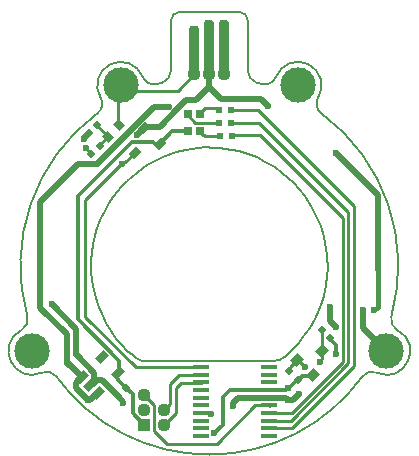
<source format=gbl>
G04*
G04 #@! TF.GenerationSoftware,Altium Limited,Altium Designer,21.8.1 (53)*
G04*
G04 Layer_Physical_Order=2*
G04 Layer_Color=16711680*
%FSAX25Y25*%
%MOIN*%
G70*
G04*
G04 #@! TF.SameCoordinates,0877F43B-692F-42B8-B247-028E53A2D651*
G04*
G04*
G04 #@! TF.FilePolarity,Positive*
G04*
G01*
G75*
%ADD10C,0.01968*%
%ADD11C,0.00787*%
%ADD18R,0.02165X0.01968*%
G04:AMPARAMS|DCode=19|XSize=19.68mil|YSize=21.65mil|CornerRadius=0mil|HoleSize=0mil|Usage=FLASHONLY|Rotation=45.000|XOffset=0mil|YOffset=0mil|HoleType=Round|Shape=Rectangle|*
%AMROTATEDRECTD19*
4,1,4,0.00070,-0.01462,-0.01462,0.00070,-0.00070,0.01462,0.01462,-0.00070,0.00070,-0.01462,0.0*
%
%ADD19ROTATEDRECTD19*%

%ADD39C,0.01575*%
%ADD40C,0.00984*%
%ADD42C,0.01181*%
%ADD43R,0.04370X0.04370*%
%ADD44C,0.04370*%
%ADD45C,0.11811*%
%ADD46C,0.02362*%
%ADD47R,0.05315X0.01575*%
G04:AMPARAMS|DCode=48|XSize=35.43mil|YSize=169.29mil|CornerRadius=13.82mil|HoleSize=0mil|Usage=FLASHONLY|Rotation=180.000|XOffset=0mil|YOffset=0mil|HoleType=Round|Shape=RoundedRectangle|*
%AMROUNDEDRECTD48*
21,1,0.03543,0.14165,0,0,180.0*
21,1,0.00780,0.16929,0,0,180.0*
1,1,0.02764,-0.00390,0.07083*
1,1,0.02764,0.00390,0.07083*
1,1,0.02764,0.00390,-0.07083*
1,1,0.02764,-0.00390,-0.07083*
%
%ADD48ROUNDEDRECTD48*%
G04:AMPARAMS|DCode=49|XSize=35.43mil|YSize=188.98mil|CornerRadius=13.82mil|HoleSize=0mil|Usage=FLASHONLY|Rotation=180.000|XOffset=0mil|YOffset=0mil|HoleType=Round|Shape=RoundedRectangle|*
%AMROUNDEDRECTD49*
21,1,0.03543,0.16134,0,0,180.0*
21,1,0.00780,0.18898,0,0,180.0*
1,1,0.02764,-0.00390,0.08067*
1,1,0.02764,0.00390,0.08067*
1,1,0.02764,0.00390,-0.08067*
1,1,0.02764,-0.00390,-0.08067*
%
%ADD49ROUNDEDRECTD49*%
%ADD50R,0.02559X0.03150*%
G04:AMPARAMS|DCode=51|XSize=31.5mil|YSize=35.43mil|CornerRadius=0mil|HoleSize=0mil|Usage=FLASHONLY|Rotation=315.000|XOffset=0mil|YOffset=0mil|HoleType=Round|Shape=Rectangle|*
%AMROTATEDRECTD51*
4,1,4,-0.02366,-0.00139,0.00139,0.02366,0.02366,0.00139,-0.00139,-0.02366,-0.02366,-0.00139,0.0*
%
%ADD51ROTATEDRECTD51*%

G04:AMPARAMS|DCode=52|XSize=23.62mil|YSize=35.43mil|CornerRadius=0mil|HoleSize=0mil|Usage=FLASHONLY|Rotation=135.000|XOffset=0mil|YOffset=0mil|HoleType=Round|Shape=Rectangle|*
%AMROTATEDRECTD52*
4,1,4,0.02088,0.00418,-0.00418,-0.02088,-0.02088,-0.00418,0.00418,0.02088,0.02088,0.00418,0.0*
%
%ADD52ROTATEDRECTD52*%

G04:AMPARAMS|DCode=53|XSize=27.56mil|YSize=39.37mil|CornerRadius=0mil|HoleSize=0mil|Usage=FLASHONLY|Rotation=315.000|XOffset=0mil|YOffset=0mil|HoleType=Round|Shape=Rectangle|*
%AMROTATEDRECTD53*
4,1,4,-0.02366,-0.00418,0.00418,0.02366,0.02366,0.00418,-0.00418,-0.02366,-0.02366,-0.00418,0.0*
%
%ADD53ROTATEDRECTD53*%

G04:AMPARAMS|DCode=54|XSize=21.65mil|YSize=19.68mil|CornerRadius=0mil|HoleSize=0mil|Usage=FLASHONLY|Rotation=45.000|XOffset=0mil|YOffset=0mil|HoleType=Round|Shape=Rectangle|*
%AMROTATEDRECTD54*
4,1,4,-0.00070,-0.01462,-0.01462,-0.00070,0.00070,0.01462,0.01462,0.00070,-0.00070,-0.01462,0.0*
%
%ADD54ROTATEDRECTD54*%

G04:AMPARAMS|DCode=55|XSize=21.65mil|YSize=19.68mil|CornerRadius=0mil|HoleSize=0mil|Usage=FLASHONLY|Rotation=315.000|XOffset=0mil|YOffset=0mil|HoleType=Round|Shape=Rectangle|*
%AMROTATEDRECTD55*
4,1,4,-0.01462,0.00070,-0.00070,0.01462,0.01462,-0.00070,0.00070,-0.01462,-0.01462,0.00070,0.0*
%
%ADD55ROTATEDRECTD55*%

%ADD56R,0.01968X0.02165*%
G04:AMPARAMS|DCode=57|XSize=23.62mil|YSize=31.5mil|CornerRadius=0mil|HoleSize=0mil|Usage=FLASHONLY|Rotation=225.000|XOffset=0mil|YOffset=0mil|HoleType=Round|Shape=Rectangle|*
%AMROTATEDRECTD57*
4,1,4,-0.00278,0.01949,0.01949,-0.00278,0.00278,-0.01949,-0.01949,0.00278,-0.00278,0.01949,0.0*
%
%ADD57ROTATEDRECTD57*%

%ADD58C,0.01378*%
%ADD59C,0.00591*%
D10*
X-0041764Y0041459D02*
X-0040042Y0043181D01*
X-0040073Y0043213D02*
X-0040042Y0043181D01*
Y0043181D02*
Y0043181D01*
X-0041764Y0041396D02*
Y0041459D01*
X-0052536Y-0013744D02*
X-0044347Y-0021933D01*
Y-0030724D02*
Y-0021933D01*
Y-0030724D02*
X-0044277Y-0030793D01*
X-0047605Y-0033034D02*
Y-0023881D01*
X-0056378Y-0015108D02*
X-0047605Y-0023881D01*
Y-0033034D02*
X-0042450Y-0038188D01*
X-0028843Y-0046563D02*
Y-0046268D01*
X-0030569Y-0044543D02*
X-0028843Y-0046268D01*
X-0035805Y-0039130D02*
X-0030569Y-0044366D01*
X-0028843Y-0046563D02*
X-0028768Y-0046639D01*
X-0056378Y-0015108D02*
Y-0005718D01*
X0025709Y-0044980D02*
X0026496Y-0045768D01*
X0026181D02*
X0027803D01*
X0029740Y-0043830D01*
X0029847D01*
X0019882Y-0044980D02*
X0025709D01*
X0009558Y-0045057D02*
X0019882D01*
X-0043655Y0032988D02*
X-0037400D01*
X-0056378Y0020265D02*
X-0043655Y0032988D01*
X-0056378Y-0005718D02*
Y0020265D01*
X-0017646Y0045295D02*
X-0016593D01*
X-0021404D02*
X-0017646D01*
X-0016593D02*
X-0010324Y0051563D01*
Y0051606D01*
X-0037400Y0033057D02*
X-0018404Y0052052D01*
X-0013593D01*
X-0037400Y0032988D02*
Y0033057D01*
X-0007735Y0054195D02*
X-0004420D01*
X-0021821Y0044877D02*
X-0021404Y0045295D01*
X-0010324Y0051606D02*
X-0007735Y0054195D01*
X0003866Y0054750D02*
X0017062D01*
X0019485Y0052327D01*
X0000000Y0058615D02*
X0003866Y0054750D01*
X-0004420Y0054195D02*
X0000000Y0058615D01*
Y0062894D01*
X-0024074Y0042612D02*
Y0042618D01*
X-0021821Y0044871D01*
Y0044877D01*
X0008017Y-0046598D02*
X0009558Y-0045057D01*
X0008017Y-0047691D02*
Y-0046598D01*
X0007942Y-0047766D02*
X0008017Y-0047691D01*
X0051181Y-0021567D02*
X0059047Y-0029433D01*
X0051181Y-0021567D02*
Y-0015866D01*
X0042230Y-0021457D02*
Y-0021350D01*
X0040256Y-0019376D02*
X0042230Y-0021350D01*
X0040256Y-0019376D02*
Y-0014713D01*
X0056176Y-0001705D02*
Y0022464D01*
X0042173Y0036467D02*
X0056176Y0022464D01*
X-0044277Y-0030793D02*
X-0038497Y-0036573D01*
Y-0039078D02*
Y-0036573D01*
X-0039101Y-0040795D02*
X-0037436Y-0039130D01*
X-0039695Y-0040795D02*
Y-0040276D01*
Y-0040832D02*
Y-0040795D01*
X-0039101D01*
X-0039695Y-0040276D02*
X-0038497Y-0039078D01*
X-0037436Y-0039130D02*
X-0035805D01*
X-0042470Y-0038188D02*
X-0042450D01*
X-0044419Y-0040136D02*
X-0042470Y-0038188D01*
X-0044419Y-0041767D02*
Y-0040136D01*
Y-0041767D02*
X-0040413Y-0045772D01*
X-0040338Y-0045696D02*
X-0039826D01*
X-0037607Y-0043477D02*
X-0037050D01*
X-0039826Y-0045696D02*
X-0037607Y-0043477D01*
X-0040413Y-0045772D02*
X-0040338Y-0045696D01*
D11*
X-0002458Y-0050287D02*
X-0002437Y-0050307D01*
X0000696D01*
X0000716Y-0050327D01*
X0037134Y-0029893D02*
X0037273Y-0029754D01*
X-0024319Y-0031866D02*
G03*
X-0022417Y-0032653I0001897J0001892D01*
G01*
X0021768Y-0032650D02*
G03*
X0025181Y-0031236I-0000007J0004845D01*
G01*
X-0062660Y-0022428D02*
G03*
X-0060669Y-0017867I-0001801J0003501D01*
G01*
X-0062660Y-0022428D02*
G03*
X-0055813Y-0036604I0003601J-0007002D01*
G01*
X-0051003Y-0037880D02*
G03*
X-0055813Y-0036604I-0003187J-0002311D01*
G01*
X-0051003Y-0037880D02*
G03*
X0050995Y-0037880I0050999J0036974D01*
G01*
X0055805Y-0036604D02*
G03*
X0050995Y-0037880I-0001623J-0003587D01*
G01*
X0060661Y-0017867D02*
G03*
X0062652Y-0022428I0003792J-0001060D01*
G01*
X0055805Y-0036604D02*
G03*
X0062652Y-0022428I0003246J0007174D01*
G01*
X0060661Y-0017867D02*
G03*
X0037293Y0049857I-0060665J0016961D01*
G01*
X0036257Y0055071D02*
G03*
X0037293Y0049857I0003367J-0002041D01*
G01*
X0036257Y0055071D02*
G03*
X0022180Y0061992I-0006733J0004082D01*
G01*
X0017419Y0059628D02*
G03*
X0022180Y0061992I0001089J0003783D01*
G01*
X0017419Y0059628D02*
G03*
X0015709Y0060094I-0017423J-0060534D01*
G01*
X0012894Y0063874D02*
G03*
X0015602Y0060134I0003940J0000003D01*
G01*
X0012894Y0080611D02*
G03*
X0009748Y0083756I-0003145J0000000D01*
G01*
X-0009709D02*
G03*
X-0012854Y0080611I0000000J-0003145D01*
G01*
X-0015563Y0060134D02*
G03*
X-0017427Y0059628I0015559J-0061040D01*
G01*
X-0015563Y0060134D02*
G03*
X-0012854Y0063874I-0001232J0003743D01*
G01*
X-0022188Y0061992D02*
G03*
X-0017427Y0059628I0003672J0001419D01*
G01*
X-0022188Y0061992D02*
G03*
X-0036265Y0055071I-0007344J-0002839D01*
G01*
X-0037301Y0049857D02*
G03*
X-0036265Y0055071I-0002331J0003173D01*
G01*
X-0037301Y0049857D02*
G03*
X-0060669Y-0017867I0037297J-0050763D01*
G01*
X0015709Y0060094D02*
G03*
X0015602Y0060134I-0000180J-0000323D01*
G01*
X-0007784Y0037689D02*
X-0003803Y0038405D01*
X0007709Y0037701D02*
X0009961Y0037185D01*
X-0024272Y0030055D02*
X-0021961Y0031768D01*
X0031988Y0022126D02*
X0034303Y0018421D01*
X0038898Y-0007240D02*
X0039260Y-0004413D01*
X-0038484Y-0009173D02*
X-0037165Y-0013898D01*
X0030996Y-0025181D02*
X0033516Y-0021559D01*
X-0029110Y-0027409D02*
X-0027362Y-0029252D01*
X-0011000Y0036898D02*
X-0007784Y0037689D01*
X0005315Y0038102D02*
X0007709Y0037701D01*
X0028051Y0026752D02*
X0031988Y0022126D01*
X-0035236Y0016713D02*
X-0033457Y0019847D01*
X0038681Y0006461D02*
X0038984Y0004634D01*
X-0039173Y0003228D02*
X-0038681Y0006279D01*
X-0037165Y-0013898D02*
X-0035543Y-0017835D01*
X-0027362Y-0029252D02*
X-0025591Y-0030827D01*
X-0027362Y0027441D02*
X-0024272Y0030055D01*
X0024331Y0030047D02*
X0028051Y0026752D01*
X-0035689Y0015713D02*
X-0035236Y0016713D01*
X0038169Y0008740D02*
X0038681Y0006461D01*
X-0039319Y0001063D02*
X-0039173Y0003228D01*
X0039260Y-0004413D02*
X0039394Y-0001819D01*
X-0035543Y-0017835D02*
X-0034335Y-0020173D01*
X0033516Y-0021559D02*
X0035138Y-0018622D01*
X0003500Y0038307D02*
X0005315Y0038102D01*
X-0015358Y0035342D02*
X-0011000Y0036898D01*
X-0029110Y0025602D02*
X-0027362Y0027441D01*
X0037079Y0012327D02*
X0038169Y0008740D01*
X-0036319Y0014252D02*
X-0035689Y0015713D01*
X0039394Y-0001819D02*
X0039425Y-0000587D01*
X0035138Y-0018622D02*
X0036496Y-0015669D01*
X-0025591Y-0030827D02*
X-0024319Y-0031866D01*
X0025181Y-0031236D02*
X0025787Y-0030630D01*
X0001291Y0038421D02*
X0003500Y0038307D01*
X-0017335Y0034441D02*
X-0015358Y0035342D01*
X0021768Y0031898D02*
X0024331Y0030047D01*
X-0032098Y0021890D02*
X-0029110Y0025602D01*
X-0039319Y-0002874D02*
Y0001063D01*
X0036496Y-0015669D02*
X0037472Y-0013008D01*
X-0034335Y-0020173D02*
X-0032098Y-0023701D01*
X0025787Y-0030630D02*
X0028445Y-0028169D01*
X-0022417Y-0032653D02*
X-0021961Y-0032650D01*
X-0001224Y0038453D02*
X0001291Y0038421D01*
X0012874Y0036299D02*
X0015870Y0035126D01*
X0018701Y0033740D02*
X0021768Y0031898D01*
X0035693Y0015709D02*
X0037079Y0012327D01*
X-0037634Y0010657D02*
X-0036319Y0014252D01*
X0039323Y0001063D02*
X0039425Y-0000587D01*
X-0039319Y-0002874D02*
X-0039075Y-0006024D01*
X-0032098Y-0023701D02*
X-0030953Y-0025236D01*
X0028445Y-0028169D02*
X0029847Y-0026579D01*
X-0021961Y-0032650D02*
X0021768D01*
X0009961Y0037185D02*
X0012874Y0036299D01*
X-0020736Y0032563D02*
X-0017335Y0034441D01*
X0015870Y0035126D02*
X0018701Y0033740D01*
X-0032803Y0020862D02*
X-0032098Y0021890D01*
X0034303Y0018421D02*
X0035693Y0015709D01*
X-0038118Y0008937D02*
X-0037634Y0010657D01*
X0039213Y0002717D02*
X0039323Y0001063D01*
X-0039075Y-0006024D02*
X-0038484Y-0009173D01*
X0037472Y-0013008D02*
X0038091Y-0010957D01*
X-0003803Y0038405D02*
X-0001224Y0038453D01*
X-0021961Y0031768D02*
X-0020736Y0032563D01*
X-0033457Y0019847D02*
X-0032803Y0020862D01*
X0038984Y0004634D02*
X0039213Y0002717D01*
X-0038681Y0006279D02*
X-0038118Y0008937D01*
X0038091Y-0010957D02*
X0038898Y-0007240D01*
X-0030953Y-0025236D02*
X-0029110Y-0027409D01*
X0029847Y-0026579D02*
X0030996Y-0025181D01*
X0012894Y0063874D02*
Y0080611D01*
X-0009709Y0083756D02*
X0009748D01*
X-0012854Y0063874D02*
Y0080611D01*
D18*
X0026181Y-0045768D02*
D03*
Y-0041831D02*
D03*
D19*
X-0027785Y-0041582D02*
D03*
X-0030569Y-0044366D02*
D03*
X-0037289Y0045996D02*
D03*
X-0040073Y0043213D02*
D03*
X-0047061Y-0033577D02*
D03*
X-0044277Y-0030793D02*
D03*
D39*
X0055039Y-0015651D02*
X0056107Y-0014584D01*
Y-0001774D01*
X0055039Y-0015866D02*
Y-0015651D01*
D40*
X-0033937Y0042047D02*
Y0042346D01*
X-0037289Y0045698D02*
X-0033937Y0042346D01*
X-0037289Y0045698D02*
Y0045996D01*
X-0041336Y-0017950D02*
X-0024553Y-0034733D01*
X-0002767D01*
X-0041336Y0020944D02*
X-0028829Y0033451D01*
X-0041336Y-0017950D02*
Y0020944D01*
X0044517Y-0033022D02*
Y0015101D01*
X0020369Y-0050098D02*
X0027441D01*
X0044517Y-0033022D01*
X0020369Y-0052658D02*
X0027228D01*
X0046334Y-0033552D02*
Y0016962D01*
X0027228Y-0052658D02*
X0046334Y-0033552D01*
X0037389Y-0032141D02*
Y-0029442D01*
X0036984Y-0032546D02*
X0037389Y-0032141D01*
X0036984Y-0032919D02*
Y-0032546D01*
X0016961Y0042658D02*
X0044517Y0015101D01*
X0016222Y0051046D02*
X0048312Y0018956D01*
X0007320Y0051046D02*
X0016222D01*
X0048312Y-0034408D02*
Y0018956D01*
X-0027755Y0057377D02*
X-0010516D01*
X-0029531Y0059153D02*
X-0027755Y0057377D01*
X-0010516D02*
X-0005000Y0062894D01*
X-0039385Y0036305D02*
X-0039384D01*
X-0041222Y0038142D02*
X-0039385Y0036305D01*
X-0041223Y0038142D02*
X-0041222D01*
X-0028012Y0033451D02*
X-0024798Y0036665D01*
X-0024745D01*
X-0028829Y0033451D02*
X-0028012D01*
X0016642Y0046654D02*
X0046334Y0016962D01*
X0027503Y-0055216D02*
X0048312Y-0034408D01*
X0029451Y-0032226D02*
X0031934Y-0034709D01*
X0029316Y-0032226D02*
X0029451D01*
X0029316Y-0032226D02*
Y-0032226D01*
X-0036461Y0039523D02*
X-0033937Y0042047D01*
X-0030318Y0058367D02*
X-0029531Y0059153D01*
X-0030318Y0046223D02*
Y0058367D01*
Y0046223D02*
X-0030040Y0045945D01*
X-0014120Y-0060271D02*
X0002396D01*
X0019882Y-0047835D02*
X0020074D01*
X0020180Y-0047728D01*
X0002396Y-0060271D02*
X0015127Y-0047539D01*
X0019882D01*
X-0018329Y-0056061D02*
X-0014120Y-0060271D01*
X0037389Y-0029442D02*
X0037528Y-0029303D01*
X0026729Y-0036137D02*
Y-0034813D01*
X0029316Y-0032226D01*
X0026659Y-0036206D02*
X0026729Y-0036137D01*
X0037528Y-0027493D02*
X0037667Y-0027632D01*
X0037318Y-0023192D02*
X0037528Y-0023403D01*
Y-0029303D02*
X0037667Y-0029164D01*
Y-0027632D01*
X0037528Y-0027493D02*
Y-0023403D01*
X0037318Y-0023192D02*
Y-0022497D01*
X0037388Y-0022427D01*
X0020369Y-0055216D02*
X0027503D01*
X0007283Y0046654D02*
X0016642D01*
X-0001476Y0042224D02*
X0003543D01*
X-0002953Y0043504D02*
X-0001969Y0042520D01*
X-0002953Y0043504D02*
Y0043799D01*
X-0001772Y0042520D02*
X-0001476Y0042224D01*
X-0001969Y0042520D02*
X-0001772D01*
X0002854Y0051666D02*
X0003347Y0051174D01*
X-0001287Y0051666D02*
X0002854D01*
X0003347Y0051083D02*
Y0051174D01*
X-0002953Y0050000D02*
X-0001287Y0051666D01*
X-0002953Y0049705D02*
Y0050000D01*
X0007382Y0042658D02*
X0016961D01*
X-0004823Y0046654D02*
X0003347D01*
X-0018329Y-0056061D02*
Y-0047365D01*
X-0011000Y-0041740D02*
X-0009311Y-0040051D01*
X-0002458D01*
X-0012976Y-0040429D02*
X-0010039Y-0037492D01*
X-0012976Y-0046953D02*
Y-0040429D01*
X-0015059Y-0054035D02*
X-0011000Y-0049976D01*
Y-0041740D01*
X-0015059Y-0049035D02*
X-0012976Y-0046953D01*
X-0015059Y-0049035D02*
Y-0049035D01*
X-0010039Y-0037492D02*
X-0002458D01*
X-0021659Y-0044035D02*
X-0018329Y-0047365D01*
X-0007283Y0049114D02*
Y0049705D01*
Y0049114D02*
X-0004823Y0046654D01*
D42*
X-0042757Y-0038605D02*
X-0042340Y-0038188D01*
X0027490Y0057120D02*
X0029524Y0059153D01*
D43*
X-0021659Y-0054035D02*
D03*
D44*
X-0015059D02*
D03*
X-0021659Y-0044035D02*
D03*
Y-0049035D02*
D03*
X-0015059D02*
D03*
X-0005000Y0062894D02*
D03*
X0000000D02*
D03*
X0005000D02*
D03*
D45*
X-0059059Y-0029429D02*
D03*
X0029524Y0059153D02*
D03*
X0059047Y-0029433D02*
D03*
X-0029531Y0059153D02*
D03*
D46*
X-0029175Y0033104D02*
D03*
X-0041764Y0041396D02*
D03*
X-0028768Y-0046639D02*
D03*
X0029847Y-0043830D02*
D03*
X0036984Y-0032919D02*
D03*
X0042352Y-0030244D02*
D03*
X-0017646Y0045295D02*
D03*
X-0013593Y0052052D02*
D03*
X0019560Y0052251D02*
D03*
X-0024074Y0042612D02*
D03*
X-0056378Y-0005718D02*
D03*
X-0037400Y0032988D02*
D03*
X-0041223Y0038142D02*
D03*
X0051181Y-0015866D02*
D03*
X0042230Y-0021457D02*
D03*
X0031934Y-0034709D02*
D03*
X0042173Y0036467D02*
D03*
X0056176Y-0001705D02*
D03*
X0055039Y-0015866D02*
D03*
X0040256Y-0014713D02*
D03*
X-0040413Y-0045772D02*
D03*
X0000000Y0074213D02*
D03*
X-0052536Y-0013738D02*
D03*
X0001650Y-0056711D02*
D03*
X0007942Y-0047766D02*
D03*
X0000716Y-0050327D02*
D03*
D47*
X0019882Y-0034744D02*
D03*
Y-0037303D02*
D03*
Y-0039862D02*
D03*
Y-0042421D02*
D03*
Y-0044980D02*
D03*
Y-0047539D02*
D03*
Y-0050098D02*
D03*
Y-0052658D02*
D03*
Y-0055216D02*
D03*
Y-0057776D02*
D03*
X-0002756D02*
D03*
Y-0055216D02*
D03*
Y-0052658D02*
D03*
Y-0050098D02*
D03*
Y-0047539D02*
D03*
Y-0044980D02*
D03*
Y-0042421D02*
D03*
Y-0039862D02*
D03*
Y-0037303D02*
D03*
Y-0034744D02*
D03*
D48*
X-0005000Y0070571D02*
D03*
D49*
X0005000Y0071555D02*
D03*
X0000000D02*
D03*
D50*
X-0007283Y0043799D02*
D03*
Y0049705D02*
D03*
X-0002953D02*
D03*
Y0043799D02*
D03*
D51*
X0034605Y-0037515D02*
D03*
X0029316Y-0032226D02*
D03*
X0037528Y-0029303D02*
D03*
D52*
X-0021821Y0044877D02*
D03*
X-0016532Y0039588D02*
D03*
X-0024745Y0036665D02*
D03*
D53*
X-0030369Y-0036796D02*
D03*
X-0035658Y-0031506D02*
D03*
X-0042340Y-0038188D02*
D03*
X-0039695Y-0040832D02*
D03*
X-0037050Y-0043477D02*
D03*
D54*
X0026659Y-0036206D02*
D03*
X0029443Y-0038990D02*
D03*
X0037388Y-0022427D02*
D03*
X0040172Y-0025211D02*
D03*
D55*
X-0036600Y0039089D02*
D03*
X-0039384Y0036305D02*
D03*
D56*
X0003347Y0051083D02*
D03*
X0007283D02*
D03*
X0003543Y0042224D02*
D03*
X0007480D02*
D03*
X0003347Y0046654D02*
D03*
X0007283D02*
D03*
D57*
X-0030040Y0045945D02*
D03*
X-0033937Y0042047D02*
D03*
D58*
X-0043841Y-0018862D02*
Y0022240D01*
X-0029951Y-0036378D02*
Y-0032752D01*
X-0043841Y-0018862D02*
X-0029951Y-0032752D01*
X-0030369Y-0036796D02*
X-0029951Y-0036378D01*
X-0043841Y0022240D02*
X-0025903Y0040178D01*
X0040172Y-0025379D02*
X0042164Y-0027371D01*
Y-0030055D02*
Y-0027371D01*
X0040172Y-0025379D02*
Y-0025211D01*
X0042164Y-0030055D02*
X0042352Y-0030244D01*
X-0025903Y0040178D02*
X-0018653D01*
X-0016950Y0039170D02*
X-0012320Y0043799D01*
X-0007283D01*
X0004431Y-0044861D02*
X0006871Y-0042421D01*
X0004431Y-0053930D02*
Y-0044861D01*
X0006871Y-0042421D02*
X0019882D01*
X0029443Y-0038990D02*
X0029789D01*
X0031023Y-0037756D02*
X0033111D01*
X0029789Y-0038990D02*
X0031023Y-0037756D01*
X0033111D02*
X0033352Y-0037515D01*
X0034605D01*
X0001650Y-0056711D02*
X0004431Y-0053930D01*
X-0018653Y0040178D02*
X-0017646Y0039170D01*
X-0016950D01*
X-0025580Y-0050115D02*
Y-0043787D01*
Y-0050115D02*
X-0021659Y-0054035D01*
X-0027785Y-0041582D02*
X-0025580Y-0043787D01*
X-0027785Y-0041582D02*
Y-0041582D01*
X-0030786Y-0038188D02*
Y-0037213D01*
Y-0038188D02*
X-0030369Y-0038605D01*
Y-0038998D02*
Y-0038605D01*
Y-0038998D02*
X-0027785Y-0041582D01*
X0026831Y-0041535D02*
X0029376Y-0038990D01*
X0026181Y-0041831D02*
X0026476Y-0041535D01*
X0026831D01*
X0019882Y-0042421D02*
X0025492D01*
D59*
X-0031893Y0059154D02*
X-0029531D01*
M02*

</source>
